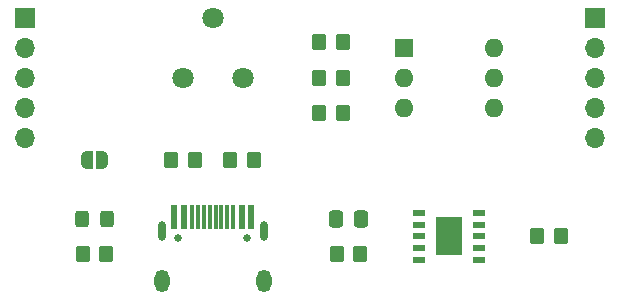
<source format=gts>
%TF.GenerationSoftware,KiCad,Pcbnew,8.0.4*%
%TF.CreationDate,2025-01-04T18:25:06+00:00*%
%TF.ProjectId,breadboard_usb,62726561-6462-46f6-9172-645f7573622e,rev?*%
%TF.SameCoordinates,Original*%
%TF.FileFunction,Soldermask,Top*%
%TF.FilePolarity,Negative*%
%FSLAX46Y46*%
G04 Gerber Fmt 4.6, Leading zero omitted, Abs format (unit mm)*
G04 Created by KiCad (PCBNEW 8.0.4) date 2025-01-04 18:25:06*
%MOMM*%
%LPD*%
G01*
G04 APERTURE LIST*
G04 Aperture macros list*
%AMRoundRect*
0 Rectangle with rounded corners*
0 $1 Rounding radius*
0 $2 $3 $4 $5 $6 $7 $8 $9 X,Y pos of 4 corners*
0 Add a 4 corners polygon primitive as box body*
4,1,4,$2,$3,$4,$5,$6,$7,$8,$9,$2,$3,0*
0 Add four circle primitives for the rounded corners*
1,1,$1+$1,$2,$3*
1,1,$1+$1,$4,$5*
1,1,$1+$1,$6,$7*
1,1,$1+$1,$8,$9*
0 Add four rect primitives between the rounded corners*
20,1,$1+$1,$2,$3,$4,$5,0*
20,1,$1+$1,$4,$5,$6,$7,0*
20,1,$1+$1,$6,$7,$8,$9,0*
20,1,$1+$1,$8,$9,$2,$3,0*%
%AMFreePoly0*
4,1,19,0.500000,-0.750000,0.000000,-0.750000,0.000000,-0.744911,-0.071157,-0.744911,-0.207708,-0.704816,-0.327430,-0.627875,-0.420627,-0.520320,-0.479746,-0.390866,-0.500000,-0.250000,-0.500000,0.250000,-0.479746,0.390866,-0.420627,0.520320,-0.327430,0.627875,-0.207708,0.704816,-0.071157,0.744911,0.000000,0.744911,0.000000,0.750000,0.500000,0.750000,0.500000,-0.750000,0.500000,-0.750000,
$1*%
%AMFreePoly1*
4,1,19,0.000000,0.744911,0.071157,0.744911,0.207708,0.704816,0.327430,0.627875,0.420627,0.520320,0.479746,0.390866,0.500000,0.250000,0.500000,-0.250000,0.479746,-0.390866,0.420627,-0.520320,0.327430,-0.627875,0.207708,-0.704816,0.071157,-0.744911,0.000000,-0.744911,0.000000,-0.750000,-0.500000,-0.750000,-0.500000,0.750000,0.000000,0.750000,0.000000,0.744911,0.000000,0.744911,
$1*%
G04 Aperture macros list end*
%ADD10RoundRect,0.250000X0.350000X0.450000X-0.350000X0.450000X-0.350000X-0.450000X0.350000X-0.450000X0*%
%ADD11FreePoly0,180.000000*%
%ADD12FreePoly1,180.000000*%
%ADD13RoundRect,0.250000X0.337500X0.475000X-0.337500X0.475000X-0.337500X-0.475000X0.337500X-0.475000X0*%
%ADD14R,1.600000X1.600000*%
%ADD15O,1.600000X1.600000*%
%ADD16O,2.000000X3.000000*%
%ADD17R,2.300000X3.200000*%
%ADD18R,1.100000X0.510000*%
%ADD19R,1.700000X1.700000*%
%ADD20O,1.700000X1.700000*%
%ADD21RoundRect,0.250000X-0.325000X-0.450000X0.325000X-0.450000X0.325000X0.450000X-0.325000X0.450000X0*%
%ADD22RoundRect,0.250000X-0.350000X-0.450000X0.350000X-0.450000X0.350000X0.450000X-0.350000X0.450000X0*%
%ADD23C,1.800000*%
%ADD24O,0.600000X1.700000*%
%ADD25C,0.650000*%
%ADD26R,0.600000X2.000000*%
%ADD27R,0.300000X2.000000*%
%ADD28O,1.300000X1.900000*%
G04 APERTURE END LIST*
D10*
%TO.C,R29*%
X79000000Y-60080000D03*
X77000000Y-60080000D03*
%TD*%
%TO.C,R25*%
X66500000Y-64000000D03*
X64500000Y-64000000D03*
%TD*%
%TO.C,R27*%
X97500000Y-70500000D03*
X95500000Y-70500000D03*
%TD*%
D11*
%TO.C,JP4*%
X58650000Y-64000000D03*
D12*
X57350000Y-64000000D03*
%TD*%
D13*
%TO.C,C10*%
X80537500Y-69000000D03*
X78462500Y-69000000D03*
%TD*%
D14*
%TO.C,SW3*%
X84190000Y-54540000D03*
D15*
X84190000Y-57080000D03*
X84190000Y-59620000D03*
X91810000Y-59620000D03*
X91810000Y-57080000D03*
X91810000Y-54540000D03*
%TD*%
D16*
%TO.C,U5*%
X88000000Y-70500000D03*
D17*
X88000000Y-70500000D03*
D18*
X85450000Y-68500000D03*
X85450000Y-69500000D03*
X85450000Y-70500000D03*
X85450000Y-71500000D03*
X85450000Y-72500000D03*
X90550000Y-72500000D03*
X90550000Y-71500000D03*
X90550000Y-70500000D03*
X90550000Y-69500000D03*
X90550000Y-68500000D03*
%TD*%
D19*
%TO.C,J17*%
X100360000Y-52000000D03*
D20*
X100360000Y-54540000D03*
X100360000Y-57080000D03*
X100360000Y-59620000D03*
X100360000Y-62160000D03*
%TD*%
D10*
%TO.C,R30*%
X79000000Y-57080000D03*
X77000000Y-57080000D03*
%TD*%
D21*
%TO.C,D7*%
X56975000Y-69000000D03*
X59025000Y-69000000D03*
%TD*%
D19*
%TO.C,J16*%
X52100000Y-52000000D03*
D20*
X52100000Y-54540000D03*
X52100000Y-57080000D03*
X52100000Y-59620000D03*
X52100000Y-62160000D03*
%TD*%
D22*
%TO.C,R24*%
X69500000Y-64000000D03*
X71500000Y-64000000D03*
%TD*%
%TO.C,R26*%
X57000000Y-72000000D03*
X59000000Y-72000000D03*
%TD*%
D23*
%TO.C,RV1*%
X65460000Y-57080000D03*
X68000000Y-52000000D03*
X70540000Y-57080000D03*
%TD*%
D10*
%TO.C,R31*%
X79000000Y-54080000D03*
X77000000Y-54080000D03*
%TD*%
D22*
%TO.C,R28*%
X78500000Y-72000000D03*
X80500000Y-72000000D03*
%TD*%
D24*
%TO.C,J18*%
X63680000Y-70070000D03*
D25*
X65110000Y-70600000D03*
X70890000Y-70600000D03*
D24*
X72320000Y-70070000D03*
D26*
X64750000Y-68880000D03*
X65550000Y-68880000D03*
D27*
X66750000Y-68880000D03*
X67750000Y-68880000D03*
X68250000Y-68880000D03*
X69250000Y-68880000D03*
D26*
X70450000Y-68880000D03*
X71250000Y-68880000D03*
X71250000Y-68880000D03*
X70450000Y-68880000D03*
D27*
X69750000Y-68880000D03*
X68750000Y-68880000D03*
X67250000Y-68880000D03*
X66250000Y-68880000D03*
D26*
X65550000Y-68880000D03*
X64750000Y-68880000D03*
D28*
X63680000Y-74250000D03*
X72320000Y-74250000D03*
%TD*%
M02*

</source>
